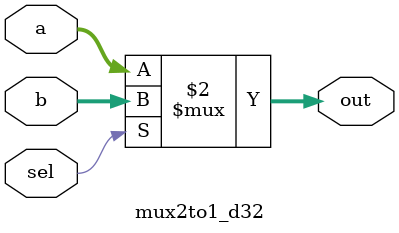
<source format=v>
`timescale 1ns / 1ps


module mux2to1_d32 #(parameter N = 32)
    (output [N-1:0] out, // Êä³öÊý¾Ý
    input [N-1:0] a,b, // ÊäÈëÊý¾Ý
    input sel // Ñ¡ÔñÎ»
    );
    
    assign out = (sel == 0)? a:b;
    
endmodule

</source>
